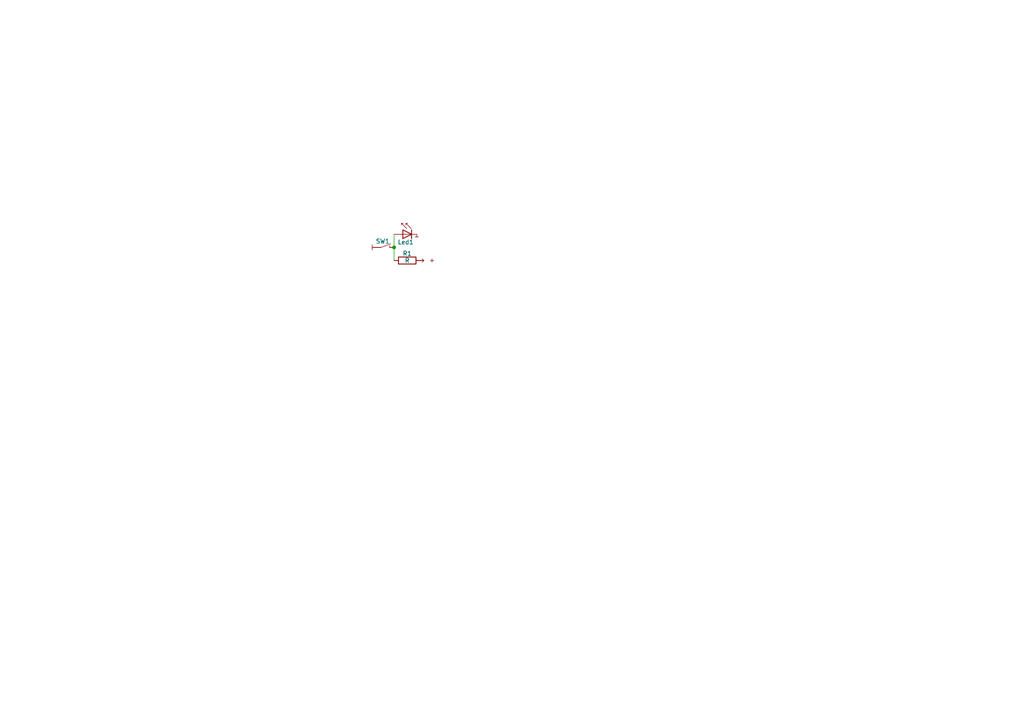
<source format=kicad_sch>
(kicad_sch (version 20230121) (generator eeschema)
  (paper "A4")
  (lib_symbols
    (symbol "Device:R" (pin_numbers hide) (pin_names (offset 0))
      (property "Reference" "R" (at 2.032 0 90))
      (property "Value" "R" (at 0 0 90))
      (symbol "R_0_1"
        (rectangle (start -1.016 -2.54) (end 1.016 2.54) (stroke (width 0.254)))
      )
      (symbol "R_1_1"
        (pin passive line (at 0 3.81 270) (length 1.27) (name "~") (number "1"))
        (pin passive line (at 0 -3.81 90) (length 1.27) (name "~") (number "2"))
      )
    )
    (symbol "chip:GND" (power) (pin_numbers hide) (pin_names (offset 0) hide) (in_bom no) (on_board no)
      (property "Value" "GND" (at 0 0 0))
      (symbol "GND_0_1"
        (polyline (pts (xy -1.27 0.762) (xy -1.27 -0.762)))
      )
      (symbol "GND_1_1"
        (pin power_in line (at 0 0 180) (length 1.25) (name "gnd") (number "1"))
      )
    )
    (symbol "chip:LED" (pin_numbers hide) (pin_names (offset 1.016) hide)
      (property "Reference" "Led" (at 1.016 -2.286 0))
      (symbol "LED_0_1"
        (polyline (pts (xy 2.159 3.175) (xy 2.667 3.175)))
        (polyline (pts (xy 2.54 0) (xy 5.08 0)))
        (polyline (pts (xy 5.08 1.27) (xy 5.08 -1.27)) (stroke (width 0.254)))
        (polyline (pts (xy 3.683 1.651) (xy 2.159 3.175) (xy 2.159 2.667)))
        (polyline (pts (xy 6.096 -0.762) (xy 7.112 -0.762) (xy 6.858 -0.762)))
        (polyline (pts (xy 2.54 -1.27) (xy 5.08 0) (xy 2.54 1.27) (xy 2.54 -1.27)) (stroke (width 0.254)))
        (polyline (pts (xy 5.08 0) (xy 5.842 0) (xy 6.604 0) (xy 6.604 -0.762)))
        (polyline (pts (xy 4.953 1.651) (xy 3.429 3.175) (xy 3.429 2.667) (xy 3.429 3.175) (xy 3.937 3.175)))
      )
      (symbol "LED_1_1"
        (pin input line (at 0 0 0) (length 2.54) (name "IN") (number "1"))
      )
    )
    (symbol "chip:PWR" (power) (pin_numbers hide) (pin_names (offset 0) hide) (in_bom no) (on_board no)
      (property "Value" "PWR" (at 0 0 0))
      (symbol "PWR_0_1"
        (polyline (pts (xy -0.508 0.508) (xy -1.016 0) (xy -0.508 -0.508)))
      )
      (symbol "PWR_1_1"
        (text "+" (at -2.54 0 900) (effects (font (size 1.27 1.27)) (justify top)))
        (pin power_in line (at 0 0 180) (length 1) (name "pwr") (number "1"))
      )
    )
    (symbol "chip:SWITCH" (pin_numbers hide) (pin_names (offset 0) hide)
      (property "Reference" "SW" (at 1.778 1.778 0))
      (symbol "SWITCH_0_1"
        (polyline (pts (xy 1.27 0) (xy 1.27 0)))
        (polyline (pts (xy 1.27 0) (xy 4.064 1.016)))
        (polyline (pts (xy 3.81 0.508) (xy 3.81 0)))
      )
      (symbol "SWITCH_1_1"
        (pin passive line (at 0 0 0) (length 1.27) (name "IN1") (number "1"))
        (pin passive line (at 5.08 0 180) (length 1.27) (name "IN2") (number "2"))
      )
    )
  )
  (junction (at 114.3 71.755))
  (wire (pts (xy 114.3 71.755) (xy 114.3 75.565)))
  (wire (pts (xy 114.3 67.945) (xy 114.3 71.755)))
  (symbol (lib_id "Device:R") (at 118.11 75.565 90) (unit 1)
    (property "Reference" "R1" (at 118.11 73.533 90))
    (property "Value" "R" (at 118.11 75.565 90))
  )
  (symbol (lib_id "chip:SWITCH") (at 109.22 71.755 0) (unit 1)
    (property "Reference" "SW1" (at 110.998 69.977 0))
    (property "Value" "SWITCH" (effects hide))
    (property "Footprint" "Button_Switch_THT:SW_CW_GPTS203211B" (effects hide))
  )
  (symbol (lib_id "chip:PWR") (at 121.92 75.565 180) (unit 1) (in_bom no) (on_board no)
    (property "Reference" "PWR01" (effects hide))
    (property "Value" "PWR" (at 121.92 75.565 0) (effects (font (size 0 0))))
  )
  (symbol (lib_id "chip:LED") (at 114.3 67.945 0) (unit 1)
    (property "Reference" "Led1" (at 115.316 70.231 0) (effects (justify left)))
  )
  (symbol (lib_id "chip:GND") (at 109.22 71.755 0) (unit 1) (in_bom no) (on_board no)
    (property "Reference" "#GND02" (effects hide))
    (property "Value" "GND" (at 109.22 71.755 0) (effects (font (size 0 0))))
  )
)
</source>
